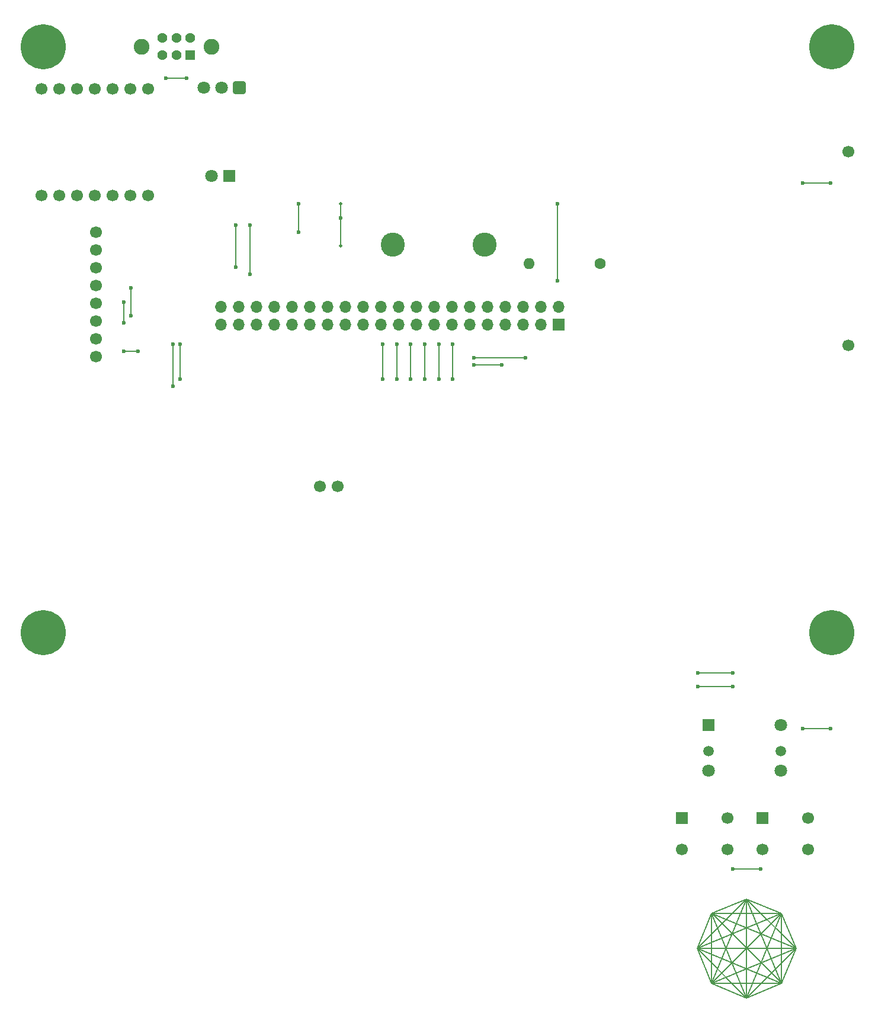
<source format=gbr>
%TF.GenerationSoftware,KiCad,Pcbnew,8.0.7-8.0.7-0~ubuntu22.04.1*%
%TF.CreationDate,2026-01-24T15:26:46-05:00*%
%TF.ProjectId,whackberry_mobo,77686163-6b62-4657-9272-795f6d6f626f,rev?*%
%TF.SameCoordinates,Original*%
%TF.FileFunction,Copper,L1,Top*%
%TF.FilePolarity,Positive*%
%FSLAX46Y46*%
G04 Gerber Fmt 4.6, Leading zero omitted, Abs format (unit mm)*
G04 Created by KiCad (PCBNEW 8.0.7-8.0.7-0~ubuntu22.04.1) date 2026-01-24 15:26:46*
%MOMM*%
%LPD*%
G01*
G04 APERTURE LIST*
G04 Aperture macros list*
%AMRoundRect*
0 Rectangle with rounded corners*
0 $1 Rounding radius*
0 $2 $3 $4 $5 $6 $7 $8 $9 X,Y pos of 4 corners*
0 Add a 4 corners polygon primitive as box body*
4,1,4,$2,$3,$4,$5,$6,$7,$8,$9,$2,$3,0*
0 Add four circle primitives for the rounded corners*
1,1,$1+$1,$2,$3*
1,1,$1+$1,$4,$5*
1,1,$1+$1,$6,$7*
1,1,$1+$1,$8,$9*
0 Add four rect primitives between the rounded corners*
20,1,$1+$1,$2,$3,$4,$5,0*
20,1,$1+$1,$4,$5,$6,$7,0*
20,1,$1+$1,$6,$7,$8,$9,0*
20,1,$1+$1,$8,$9,$2,$3,0*%
G04 Aperture macros list end*
%TA.AperFunction,NonConductor*%
%ADD10C,0.200000*%
%TD*%
%TA.AperFunction,ComponentPad*%
%ADD11R,1.700000X1.700000*%
%TD*%
%TA.AperFunction,ComponentPad*%
%ADD12C,1.700000*%
%TD*%
%TA.AperFunction,ComponentPad*%
%ADD13C,6.451600*%
%TD*%
%TA.AperFunction,ComponentPad*%
%ADD14R,1.800000X1.800000*%
%TD*%
%TA.AperFunction,ComponentPad*%
%ADD15C,1.500000*%
%TD*%
%TA.AperFunction,ComponentPad*%
%ADD16C,1.800000*%
%TD*%
%TA.AperFunction,ComponentPad*%
%ADD17R,1.438000X1.438000*%
%TD*%
%TA.AperFunction,ComponentPad*%
%ADD18C,1.438000*%
%TD*%
%TA.AperFunction,ComponentPad*%
%ADD19C,2.265000*%
%TD*%
%TA.AperFunction,ComponentPad*%
%ADD20C,1.600000*%
%TD*%
%TA.AperFunction,ComponentPad*%
%ADD21O,1.600000X1.600000*%
%TD*%
%TA.AperFunction,ComponentPad*%
%ADD22O,1.700000X1.700000*%
%TD*%
%TA.AperFunction,ComponentPad*%
%ADD23C,3.450000*%
%TD*%
%TA.AperFunction,ComponentPad*%
%ADD24RoundRect,0.248400X0.651600X0.651600X-0.651600X0.651600X-0.651600X-0.651600X0.651600X-0.651600X0*%
%TD*%
%TA.AperFunction,ViaPad*%
%ADD25C,0.600000*%
%TD*%
%TA.AperFunction,ViaPad*%
%ADD26C,0.500000*%
%TD*%
%TA.AperFunction,Conductor*%
%ADD27C,0.200000*%
%TD*%
G04 APERTURE END LIST*
D10*
X150071000Y-152400000D02*
X148000000Y-157400000D01*
X135929000Y-152400000D02*
X143000000Y-159471000D01*
X143000000Y-159471000D02*
X138000000Y-157400000D01*
X150071000Y-152400000D02*
X138000000Y-157400000D01*
X135929000Y-152400000D02*
X138000000Y-147400000D01*
X135929000Y-152400000D02*
X150071000Y-152400000D01*
X138000000Y-147400000D02*
X148000000Y-147400000D01*
X148000000Y-157400000D01*
X138000000Y-157400000D01*
X138000000Y-147400000D01*
X143000000Y-145329000D02*
X148000000Y-147400000D01*
X148000000Y-147400000D02*
X143000000Y-159471000D01*
X148000000Y-157400000D02*
X135929000Y-152400000D01*
X150071000Y-152400000D02*
X143000000Y-145329000D01*
X143000000Y-159471000D02*
X150071000Y-152400000D01*
X138000000Y-157400000D02*
X135929000Y-152400000D01*
X150071000Y-152400000D02*
X138000000Y-147400000D01*
X148000000Y-147400000D02*
X150071000Y-152400000D01*
X138000000Y-147400000D02*
X143000000Y-145329000D01*
X143000000Y-145329000D02*
X148000000Y-157400000D01*
X143000000Y-145329000D02*
X138000000Y-157400000D01*
X148000000Y-147400000D02*
X138000000Y-157400000D01*
X138035500Y-147400000D02*
X148035500Y-157400000D01*
X143000000Y-159471000D02*
X138000000Y-147400000D01*
X143000000Y-145329000D02*
X135929000Y-152400000D01*
X148000000Y-147400000D02*
X135929000Y-152400000D01*
X148000000Y-157400000D02*
X143000000Y-159471000D01*
X143000000Y-145329000D02*
X143000000Y-159471000D01*
D11*
%TO.P,SW2,1,1*%
%TO.N,Net-(5WayNav-1-COMMON)*%
X145250000Y-133750000D03*
D12*
X151750000Y-133750000D03*
%TO.P,SW2,2,2*%
%TO.N,Net-(RPi-Zero-1-Pad29)*%
X145250000Y-138250000D03*
X151750000Y-138250000D03*
%TD*%
D11*
%TO.P,SW1,1,1*%
%TO.N,Net-(5WayNav-1-COMMON)*%
X133750000Y-133750000D03*
D12*
X140250000Y-133750000D03*
%TO.P,SW1,2,2*%
%TO.N,Net-(5WayNav-1-CENTER)*%
X133750000Y-138250000D03*
X140250000Y-138250000D03*
%TD*%
%TO.P,LCD-1,5V*%
%TO.N,Net-(USB-A-1-5V)*%
X157524000Y-66187400D03*
%TO.P,LCD-1,GND*%
%TO.N,Net-(GROVE-1-GND)*%
X157524000Y-38501400D03*
D13*
%TO.P,LCD-1,SH1*%
%TO.N,N/C*%
X42500000Y-107300000D03*
%TO.P,LCD-1,SH2*%
X155200000Y-107300000D03*
%TO.P,LCD-1,SH3*%
X155200000Y-23500000D03*
%TO.P,LCD-1,SH4*%
X42500000Y-23500000D03*
%TD*%
D14*
%TO.P,5WayNav-1,1,A*%
%TO.N,Net-(5WayNav-1-A)*%
X137550000Y-120500000D03*
D15*
%TO.P,5WayNav-1,2,B*%
%TO.N,Net-(5WayNav-1-B)*%
X137550000Y-124200000D03*
D16*
%TO.P,5WayNav-1,3,C*%
%TO.N,Net-(5WayNav-1-C)*%
X137550000Y-127000000D03*
%TO.P,5WayNav-1,4,COMMON*%
%TO.N,Net-(5WayNav-1-COMMON)*%
X147850000Y-127000000D03*
D15*
%TO.P,5WayNav-1,5,D*%
%TO.N,Net-(5WayNav-1-D)*%
X147850000Y-124200000D03*
D16*
%TO.P,5WayNav-1,6,CENTER*%
%TO.N,Net-(5WayNav-1-CENTER)*%
X147850000Y-120500000D03*
%TD*%
D17*
%TO.P,S1,1*%
%TO.N,Net-(USB-A-1-5V)*%
X63500000Y-24750000D03*
D18*
%TO.P,S1,2*%
%TO.N,Net-(QTpy-1-Pad5V)*%
X61500000Y-24750000D03*
%TO.P,S1,3*%
%TO.N,unconnected-(S1-Pad3)*%
X59500000Y-24750000D03*
%TO.P,S1,4*%
%TO.N,Net-(GROVE-1-GND)*%
X63500000Y-22250000D03*
%TO.P,S1,5*%
%TO.N,Net-(IR-Re-1-GND)*%
X61500000Y-22250000D03*
%TO.P,S1,6*%
%TO.N,unconnected-(S1-Pad6)*%
X59500000Y-22250000D03*
D19*
%TO.P,S1,S1*%
%TO.N,N/C*%
X66500000Y-23500000D03*
%TO.P,S1,S2*%
X56500000Y-23500000D03*
%TD*%
D20*
%TO.P,R1,1*%
%TO.N,Net-(5WayNav-1-COMMON)*%
X122080000Y-54500000D03*
D21*
%TO.P,R1,2*%
%TO.N,Net-(GROVE-1-3.3V)*%
X111920000Y-54500000D03*
%TD*%
D14*
%TO.P,IR-LED-1,1,K*%
%TO.N,Net-(IR-LED-1-K)*%
X69100000Y-42000000D03*
D16*
%TO.P,IR-LED-1,2,A*%
%TO.N,Net-(GROVE-1-3.3V)*%
X66560000Y-42000000D03*
%TD*%
D11*
%TO.P,RPi-Zero-1,1*%
%TO.N,Net-(GROVE-1-3.3V)*%
X116130000Y-63270000D03*
D22*
%TO.P,RPi-Zero-1,2*%
%TO.N,Net-(USB-A-1-5V)*%
X116130000Y-60730000D03*
%TO.P,RPi-Zero-1,3*%
%TO.N,Net-(GROVE-1-SCL)*%
X113590000Y-63270000D03*
%TO.P,RPi-Zero-1,4*%
%TO.N,unconnected-(RPi-Zero-1-Pad4)*%
X113590000Y-60730000D03*
%TO.P,RPi-Zero-1,5*%
%TO.N,Net-(GROVE-1-SDA)*%
X111050000Y-63270000D03*
%TO.P,RPi-Zero-1,6*%
%TO.N,unconnected-(RPi-Zero-1-Pad6)*%
X111050000Y-60730000D03*
%TO.P,RPi-Zero-1,7*%
%TO.N,unconnected-(RPi-Zero-1-Pad7)*%
X108510000Y-63270000D03*
%TO.P,RPi-Zero-1,8*%
%TO.N,unconnected-(RPi-Zero-1-Pad8)*%
X108510000Y-60730000D03*
%TO.P,RPi-Zero-1,9*%
%TO.N,Net-(GROVE-1-GND)*%
X105970000Y-63270000D03*
%TO.P,RPi-Zero-1,10*%
%TO.N,unconnected-(RPi-Zero-1-Pad10)*%
X105970000Y-60730000D03*
%TO.P,RPi-Zero-1,11*%
%TO.N,unconnected-(RPi-Zero-1-Pad11)*%
X103430000Y-63270000D03*
%TO.P,RPi-Zero-1,12*%
%TO.N,Net-(IR-LED-1-K)*%
X103430000Y-60730000D03*
%TO.P,RPi-Zero-1,13*%
%TO.N,Net-(5WayNav-1-C)*%
X100890000Y-63270000D03*
%TO.P,RPi-Zero-1,14*%
%TO.N,unconnected-(RPi-Zero-1-Pad14)*%
X100890000Y-60730000D03*
%TO.P,RPi-Zero-1,15*%
%TO.N,Net-(5WayNav-1-B)*%
X98350000Y-63270000D03*
%TO.P,RPi-Zero-1,16*%
%TO.N,unconnected-(RPi-Zero-1-Pad16)*%
X98350000Y-60730000D03*
%TO.P,RPi-Zero-1,17*%
%TO.N,unconnected-(RPi-Zero-1-Pad17)*%
X95810000Y-63270000D03*
%TO.P,RPi-Zero-1,18*%
%TO.N,unconnected-(RPi-Zero-1-Pad18)*%
X95810000Y-60730000D03*
%TO.P,RPi-Zero-1,19*%
%TO.N,Net-(5WayNav-1-A)*%
X93270000Y-63270000D03*
%TO.P,RPi-Zero-1,20*%
%TO.N,unconnected-(RPi-Zero-1-Pad20)*%
X93270000Y-60730000D03*
%TO.P,RPi-Zero-1,21*%
%TO.N,Net-(5WayNav-1-CENTER)*%
X90730000Y-63270000D03*
%TO.P,RPi-Zero-1,22*%
%TO.N,unconnected-(RPi-Zero-1-Pad22)*%
X90730000Y-60730000D03*
%TO.P,RPi-Zero-1,23*%
%TO.N,Net-(5WayNav-1-D)*%
X88190000Y-63270000D03*
%TO.P,RPi-Zero-1,24*%
%TO.N,unconnected-(RPi-Zero-1-Pad24)*%
X88190000Y-60730000D03*
%TO.P,RPi-Zero-1,25*%
%TO.N,unconnected-(RPi-Zero-1-Pad25)*%
X85650000Y-63270000D03*
%TO.P,RPi-Zero-1,26*%
%TO.N,unconnected-(RPi-Zero-1-Pad26)*%
X85650000Y-60730000D03*
%TO.P,RPi-Zero-1,27*%
%TO.N,unconnected-(RPi-Zero-1-Pad27)*%
X83110000Y-63270000D03*
%TO.P,RPi-Zero-1,28*%
%TO.N,unconnected-(RPi-Zero-1-Pad28)*%
X83110000Y-60730000D03*
%TO.P,RPi-Zero-1,29*%
%TO.N,Net-(RPi-Zero-1-Pad29)*%
X80570000Y-63270000D03*
%TO.P,RPi-Zero-1,30*%
%TO.N,unconnected-(RPi-Zero-1-Pad30)*%
X80570000Y-60730000D03*
%TO.P,RPi-Zero-1,31*%
%TO.N,unconnected-(RPi-Zero-1-Pad31)*%
X78030000Y-63270000D03*
%TO.P,RPi-Zero-1,32*%
%TO.N,unconnected-(RPi-Zero-1-Pad32)*%
X78030000Y-60730000D03*
%TO.P,RPi-Zero-1,33*%
%TO.N,unconnected-(RPi-Zero-1-Pad33)*%
X75490000Y-63270000D03*
%TO.P,RPi-Zero-1,34*%
%TO.N,unconnected-(RPi-Zero-1-Pad34)*%
X75490000Y-60730000D03*
%TO.P,RPi-Zero-1,35*%
%TO.N,unconnected-(RPi-Zero-1-Pad35)*%
X72950000Y-63270000D03*
%TO.P,RPi-Zero-1,36*%
%TO.N,unconnected-(RPi-Zero-1-Pad36)*%
X72950000Y-60730000D03*
%TO.P,RPi-Zero-1,37*%
%TO.N,unconnected-(RPi-Zero-1-Pad37)*%
X70410000Y-63270000D03*
%TO.P,RPi-Zero-1,38*%
%TO.N,unconnected-(RPi-Zero-1-Pad38)*%
X70410000Y-60730000D03*
%TO.P,RPi-Zero-1,39*%
%TO.N,unconnected-(RPi-Zero-1-Pad39)*%
X67870000Y-63270000D03*
%TO.P,RPi-Zero-1,40*%
%TO.N,unconnected-(RPi-Zero-1-Pad40)*%
X67870000Y-60730000D03*
D12*
%TO.P,RPi-Zero-1,PP22*%
%TO.N,Net-(USB-A-1-D+)*%
X81975000Y-86350000D03*
%TO.P,RPi-Zero-1,PP23*%
%TO.N,Net-(USB-A-1-D-)*%
X84515000Y-86350000D03*
%TD*%
%TO.P,QTpy-1,3.3V*%
%TO.N,Net-(IR-Re-1-Vs)*%
X47340000Y-44740000D03*
%TO.P,QTpy-1,5V*%
%TO.N,Net-(QTpy-1-Pad5V)*%
X42260000Y-44740000D03*
%TO.P,QTpy-1,A0*%
%TO.N,unconnected-(QTpy-1-PadA0)*%
X42260000Y-29500000D03*
%TO.P,QTpy-1,A1*%
%TO.N,unconnected-(QTpy-1-PadA1)*%
X44800000Y-29500000D03*
%TO.P,QTpy-1,A2*%
%TO.N,unconnected-(QTpy-1-PadA2)*%
X47340000Y-29500000D03*
%TO.P,QTpy-1,A3*%
%TO.N,unconnected-(QTpy-1-PadA3)*%
X49880000Y-29500000D03*
%TO.P,QTpy-1,GND*%
%TO.N,Net-(IR-Re-1-GND)*%
X44800000Y-44740000D03*
%TO.P,QTpy-1,MISO*%
%TO.N,unconnected-(QTpy-1-PadMISO)*%
X52420000Y-44740000D03*
%TO.P,QTpy-1,MOSI*%
%TO.N,Net-(IR-Re-1-OUT)*%
X49880000Y-44740000D03*
%TO.P,QTpy-1,RX*%
%TO.N,unconnected-(QTpy-1-PadRX)*%
X57500000Y-44740000D03*
%TO.P,QTpy-1,SCK*%
%TO.N,unconnected-(QTpy-1-PadSCK)*%
X54960000Y-44740000D03*
%TO.P,QTpy-1,SCL*%
%TO.N,unconnected-(QTpy-1-PadSCL)*%
X54960000Y-29500000D03*
%TO.P,QTpy-1,SDA*%
%TO.N,unconnected-(QTpy-1-PadSDA)*%
X52420000Y-29500000D03*
%TO.P,QTpy-1,TX*%
%TO.N,unconnected-(QTpy-1-PadTX)*%
X57500000Y-29500000D03*
%TD*%
D23*
%TO.P,USB-A-1,5,MH1*%
%TO.N,unconnected-(USB-A-1-MH1-Pad5)*%
X92430000Y-51780000D03*
%TO.P,USB-A-1,6,MH2*%
%TO.N,unconnected-(USB-A-1-MH2-Pad6)*%
X105570000Y-51780000D03*
%TD*%
D24*
%TO.P,IR-Re-1,1,OUT*%
%TO.N,Net-(IR-Re-1-OUT)*%
X70500000Y-29400000D03*
D16*
%TO.P,IR-Re-1,2,GND*%
%TO.N,Net-(IR-Re-1-GND)*%
X67960000Y-29400000D03*
%TO.P,IR-Re-1,3,Vs*%
%TO.N,Net-(IR-Re-1-Vs)*%
X65420000Y-29400000D03*
%TD*%
D12*
%TO.P,USB-C-1,CC1*%
%TO.N,unconnected-(USB-C-1-PadCC1)*%
X50000000Y-60160000D03*
%TO.P,USB-C-1,CC2*%
%TO.N,unconnected-(USB-C-1-PadCC2)*%
X50000000Y-50000000D03*
%TO.P,USB-C-1,D+*%
%TO.N,unconnected-(USB-C-1-PadD+)*%
X50000000Y-55080000D03*
%TO.P,USB-C-1,D-*%
%TO.N,unconnected-(USB-C-1-PadD-)*%
X50000000Y-57620000D03*
%TO.P,USB-C-1,GND*%
%TO.N,Net-(GROVE-1-GND)*%
X50000000Y-67780000D03*
%TO.P,USB-C-1,SBU1*%
%TO.N,unconnected-(USB-C-1-PadSBU1)*%
X50000000Y-52540000D03*
%TO.P,USB-C-1,SBU2*%
%TO.N,unconnected-(USB-C-1-PadSBU2)*%
X50000000Y-62700000D03*
%TO.P,USB-C-1,VBUS*%
%TO.N,Net-(USB-A-1-5V)*%
X50000000Y-65240000D03*
%TD*%
D25*
%TO.N,Net-(5WayNav-1-B)*%
X99000000Y-71000000D03*
X99000000Y-66000000D03*
%TO.N,Net-(5WayNav-1-D)*%
X141000000Y-115000000D03*
X136000000Y-115000000D03*
X93000000Y-71000000D03*
X93000000Y-66000000D03*
%TO.N,Net-(5WayNav-1-C)*%
X101000000Y-71000000D03*
X101000000Y-66000000D03*
%TO.N,Net-(5WayNav-1-CENTER)*%
X141000000Y-113000000D03*
X155000000Y-121000000D03*
X151000000Y-121000000D03*
X95000000Y-66000000D03*
X136000000Y-113000000D03*
X95000000Y-71000000D03*
%TO.N,Net-(5WayNav-1-A)*%
X97000000Y-66000000D03*
X97000000Y-71000000D03*
%TO.N,Net-(GROVE-1-3.3V)*%
X70000000Y-49000000D03*
X70000000Y-55000000D03*
X104000000Y-68000000D03*
X55000000Y-58000000D03*
X55000000Y-62000000D03*
X111400000Y-68000000D03*
%TO.N,Net-(GROVE-1-SCL)*%
X104000000Y-69000000D03*
X108000000Y-69000000D03*
%TO.N,Net-(GROVE-1-GND)*%
X54000000Y-60000000D03*
X54000000Y-67000000D03*
X54000000Y-63000000D03*
X56000000Y-67000000D03*
X151000000Y-43000000D03*
X155000000Y-43000000D03*
%TO.N,Net-(IR-LED-1-K)*%
X72000000Y-56000000D03*
X72000000Y-49000000D03*
%TO.N,Net-(USB-A-1-5V)*%
X85000000Y-48000000D03*
X116000000Y-46000000D03*
X79000000Y-50000000D03*
X116000000Y-57000000D03*
D26*
X85000000Y-46000000D03*
D25*
X79000000Y-46000000D03*
D26*
X85000000Y-52000000D03*
D25*
%TO.N,Net-(RPi-Zero-1-Pad29)*%
X91000000Y-66000000D03*
X141000000Y-141000000D03*
X145000000Y-141000000D03*
X91000000Y-71000000D03*
%TO.N,Net-(USB-A-1-D-)*%
X62000000Y-71000000D03*
X62000000Y-66000000D03*
%TO.N,Net-(USB-A-1-D+)*%
X61000000Y-66000000D03*
X61000000Y-72000000D03*
%TO.N,Net-(IR-Re-1-GND)*%
X60000000Y-28000000D03*
X63000000Y-28000000D03*
%TD*%
D27*
%TO.N,Net-(5WayNav-1-B)*%
X99000000Y-67000000D02*
X99000000Y-66000000D01*
X99000000Y-67000000D02*
X99000000Y-71000000D01*
%TO.N,Net-(5WayNav-1-D)*%
X136000000Y-115000000D02*
X141000000Y-115000000D01*
X93000000Y-67000000D02*
X93000000Y-71000000D01*
X93000000Y-67000000D02*
X93000000Y-66000000D01*
%TO.N,Net-(5WayNav-1-C)*%
X101000000Y-67000000D02*
X101000000Y-66000000D01*
X101000000Y-67000000D02*
X101000000Y-71000000D01*
%TO.N,Net-(5WayNav-1-CENTER)*%
X95000000Y-67000000D02*
X95000000Y-71000000D01*
X151000000Y-121000000D02*
X155000000Y-121000000D01*
X95000000Y-67000000D02*
X95000000Y-66000000D01*
X136000000Y-113000000D02*
X141000000Y-113000000D01*
%TO.N,Net-(5WayNav-1-A)*%
X97000000Y-67000000D02*
X97000000Y-66000000D01*
X97000000Y-67000000D02*
X97000000Y-71000000D01*
%TO.N,Net-(GROVE-1-3.3V)*%
X70000000Y-55000000D02*
X70000000Y-50000000D01*
X70000000Y-50000000D02*
X70000000Y-49000000D01*
X104000000Y-68000000D02*
X111400000Y-68000000D01*
X55000000Y-58000000D02*
X55000000Y-62000000D01*
%TO.N,Net-(GROVE-1-SCL)*%
X108000000Y-69000000D02*
X104000000Y-69000000D01*
%TO.N,Net-(GROVE-1-GND)*%
X155000000Y-43000000D02*
X151000000Y-43000000D01*
X56000000Y-67000000D02*
X54000000Y-67000000D01*
X54000000Y-60000000D02*
X54000000Y-63000000D01*
%TO.N,Net-(IR-LED-1-K)*%
X72000000Y-49000000D02*
X72000000Y-56000000D01*
%TO.N,Net-(USB-A-1-5V)*%
X85000000Y-48000000D02*
X85000000Y-52000000D01*
X116000000Y-57000000D02*
X116000000Y-46000000D01*
X85000000Y-46000000D02*
X85000000Y-48000000D01*
X79000000Y-46000000D02*
X79000000Y-50000000D01*
%TO.N,Net-(RPi-Zero-1-Pad29)*%
X91000000Y-67000000D02*
X91000000Y-66000000D01*
X91000000Y-67000000D02*
X91000000Y-71000000D01*
X145000000Y-141000000D02*
X141000000Y-141000000D01*
%TO.N,Net-(USB-A-1-D-)*%
X62000000Y-67000000D02*
X62000000Y-71000000D01*
X62000000Y-67000000D02*
X62000000Y-66000000D01*
%TO.N,Net-(USB-A-1-D+)*%
X61000000Y-67000000D02*
X61000000Y-66000000D01*
X61000000Y-72000000D02*
X61000000Y-67000000D01*
%TO.N,Net-(IR-Re-1-GND)*%
X63000000Y-28000000D02*
X60000000Y-28000000D01*
%TD*%
M02*

</source>
